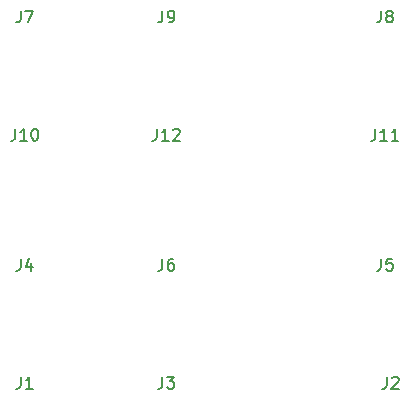
<source format=gbr>
%TF.GenerationSoftware,KiCad,Pcbnew,5.1.6-c6e7f7d~87~ubuntu18.04.1*%
%TF.CreationDate,2021-08-18T14:30:57+12:00*%
%TF.ProjectId,Output Splitter,4f757470-7574-4205-9370-6c6974746572,rev?*%
%TF.SameCoordinates,Original*%
%TF.FileFunction,Legend,Top*%
%TF.FilePolarity,Positive*%
%FSLAX46Y46*%
G04 Gerber Fmt 4.6, Leading zero omitted, Abs format (unit mm)*
G04 Created by KiCad (PCBNEW 5.1.6-c6e7f7d~87~ubuntu18.04.1) date 2021-08-18 14:30:57*
%MOMM*%
%LPD*%
G01*
G04 APERTURE LIST*
%ADD10C,0.150000*%
G04 APERTURE END LIST*
%TO.C,J1*%
D10*
X108666666Y-64252380D02*
X108666666Y-64966666D01*
X108619047Y-65109523D01*
X108523809Y-65204761D01*
X108380952Y-65252380D01*
X108285714Y-65252380D01*
X109666666Y-65252380D02*
X109095238Y-65252380D01*
X109380952Y-65252380D02*
X109380952Y-64252380D01*
X109285714Y-64395238D01*
X109190476Y-64490476D01*
X109095238Y-64538095D01*
%TO.C,J2*%
X139666666Y-64252380D02*
X139666666Y-64966666D01*
X139619047Y-65109523D01*
X139523809Y-65204761D01*
X139380952Y-65252380D01*
X139285714Y-65252380D01*
X140095238Y-64347619D02*
X140142857Y-64300000D01*
X140238095Y-64252380D01*
X140476190Y-64252380D01*
X140571428Y-64300000D01*
X140619047Y-64347619D01*
X140666666Y-64442857D01*
X140666666Y-64538095D01*
X140619047Y-64680952D01*
X140047619Y-65252380D01*
X140666666Y-65252380D01*
%TO.C,J3*%
X120666666Y-64252380D02*
X120666666Y-64966666D01*
X120619047Y-65109523D01*
X120523809Y-65204761D01*
X120380952Y-65252380D01*
X120285714Y-65252380D01*
X121047619Y-64252380D02*
X121666666Y-64252380D01*
X121333333Y-64633333D01*
X121476190Y-64633333D01*
X121571428Y-64680952D01*
X121619047Y-64728571D01*
X121666666Y-64823809D01*
X121666666Y-65061904D01*
X121619047Y-65157142D01*
X121571428Y-65204761D01*
X121476190Y-65252380D01*
X121190476Y-65252380D01*
X121095238Y-65204761D01*
X121047619Y-65157142D01*
%TO.C,J4*%
X108666666Y-54252380D02*
X108666666Y-54966666D01*
X108619047Y-55109523D01*
X108523809Y-55204761D01*
X108380952Y-55252380D01*
X108285714Y-55252380D01*
X109571428Y-54585714D02*
X109571428Y-55252380D01*
X109333333Y-54204761D02*
X109095238Y-54919047D01*
X109714285Y-54919047D01*
%TO.C,J5*%
X139166666Y-54252380D02*
X139166666Y-54966666D01*
X139119047Y-55109523D01*
X139023809Y-55204761D01*
X138880952Y-55252380D01*
X138785714Y-55252380D01*
X140119047Y-54252380D02*
X139642857Y-54252380D01*
X139595238Y-54728571D01*
X139642857Y-54680952D01*
X139738095Y-54633333D01*
X139976190Y-54633333D01*
X140071428Y-54680952D01*
X140119047Y-54728571D01*
X140166666Y-54823809D01*
X140166666Y-55061904D01*
X140119047Y-55157142D01*
X140071428Y-55204761D01*
X139976190Y-55252380D01*
X139738095Y-55252380D01*
X139642857Y-55204761D01*
X139595238Y-55157142D01*
%TO.C,J6*%
X120666666Y-54252380D02*
X120666666Y-54966666D01*
X120619047Y-55109523D01*
X120523809Y-55204761D01*
X120380952Y-55252380D01*
X120285714Y-55252380D01*
X121571428Y-54252380D02*
X121380952Y-54252380D01*
X121285714Y-54300000D01*
X121238095Y-54347619D01*
X121142857Y-54490476D01*
X121095238Y-54680952D01*
X121095238Y-55061904D01*
X121142857Y-55157142D01*
X121190476Y-55204761D01*
X121285714Y-55252380D01*
X121476190Y-55252380D01*
X121571428Y-55204761D01*
X121619047Y-55157142D01*
X121666666Y-55061904D01*
X121666666Y-54823809D01*
X121619047Y-54728571D01*
X121571428Y-54680952D01*
X121476190Y-54633333D01*
X121285714Y-54633333D01*
X121190476Y-54680952D01*
X121142857Y-54728571D01*
X121095238Y-54823809D01*
%TO.C,J7*%
X108666666Y-33252380D02*
X108666666Y-33966666D01*
X108619047Y-34109523D01*
X108523809Y-34204761D01*
X108380952Y-34252380D01*
X108285714Y-34252380D01*
X109047619Y-33252380D02*
X109714285Y-33252380D01*
X109285714Y-34252380D01*
%TO.C,J8*%
X139166666Y-33252380D02*
X139166666Y-33966666D01*
X139119047Y-34109523D01*
X139023809Y-34204761D01*
X138880952Y-34252380D01*
X138785714Y-34252380D01*
X139785714Y-33680952D02*
X139690476Y-33633333D01*
X139642857Y-33585714D01*
X139595238Y-33490476D01*
X139595238Y-33442857D01*
X139642857Y-33347619D01*
X139690476Y-33300000D01*
X139785714Y-33252380D01*
X139976190Y-33252380D01*
X140071428Y-33300000D01*
X140119047Y-33347619D01*
X140166666Y-33442857D01*
X140166666Y-33490476D01*
X140119047Y-33585714D01*
X140071428Y-33633333D01*
X139976190Y-33680952D01*
X139785714Y-33680952D01*
X139690476Y-33728571D01*
X139642857Y-33776190D01*
X139595238Y-33871428D01*
X139595238Y-34061904D01*
X139642857Y-34157142D01*
X139690476Y-34204761D01*
X139785714Y-34252380D01*
X139976190Y-34252380D01*
X140071428Y-34204761D01*
X140119047Y-34157142D01*
X140166666Y-34061904D01*
X140166666Y-33871428D01*
X140119047Y-33776190D01*
X140071428Y-33728571D01*
X139976190Y-33680952D01*
%TO.C,J9*%
X120666666Y-33252380D02*
X120666666Y-33966666D01*
X120619047Y-34109523D01*
X120523809Y-34204761D01*
X120380952Y-34252380D01*
X120285714Y-34252380D01*
X121190476Y-34252380D02*
X121380952Y-34252380D01*
X121476190Y-34204761D01*
X121523809Y-34157142D01*
X121619047Y-34014285D01*
X121666666Y-33823809D01*
X121666666Y-33442857D01*
X121619047Y-33347619D01*
X121571428Y-33300000D01*
X121476190Y-33252380D01*
X121285714Y-33252380D01*
X121190476Y-33300000D01*
X121142857Y-33347619D01*
X121095238Y-33442857D01*
X121095238Y-33680952D01*
X121142857Y-33776190D01*
X121190476Y-33823809D01*
X121285714Y-33871428D01*
X121476190Y-33871428D01*
X121571428Y-33823809D01*
X121619047Y-33776190D01*
X121666666Y-33680952D01*
%TO.C,J10*%
X108190476Y-43252380D02*
X108190476Y-43966666D01*
X108142857Y-44109523D01*
X108047619Y-44204761D01*
X107904761Y-44252380D01*
X107809523Y-44252380D01*
X109190476Y-44252380D02*
X108619047Y-44252380D01*
X108904761Y-44252380D02*
X108904761Y-43252380D01*
X108809523Y-43395238D01*
X108714285Y-43490476D01*
X108619047Y-43538095D01*
X109809523Y-43252380D02*
X109904761Y-43252380D01*
X110000000Y-43300000D01*
X110047619Y-43347619D01*
X110095238Y-43442857D01*
X110142857Y-43633333D01*
X110142857Y-43871428D01*
X110095238Y-44061904D01*
X110047619Y-44157142D01*
X110000000Y-44204761D01*
X109904761Y-44252380D01*
X109809523Y-44252380D01*
X109714285Y-44204761D01*
X109666666Y-44157142D01*
X109619047Y-44061904D01*
X109571428Y-43871428D01*
X109571428Y-43633333D01*
X109619047Y-43442857D01*
X109666666Y-43347619D01*
X109714285Y-43300000D01*
X109809523Y-43252380D01*
%TO.C,J11*%
X138690476Y-43252380D02*
X138690476Y-43966666D01*
X138642857Y-44109523D01*
X138547619Y-44204761D01*
X138404761Y-44252380D01*
X138309523Y-44252380D01*
X139690476Y-44252380D02*
X139119047Y-44252380D01*
X139404761Y-44252380D02*
X139404761Y-43252380D01*
X139309523Y-43395238D01*
X139214285Y-43490476D01*
X139119047Y-43538095D01*
X140642857Y-44252380D02*
X140071428Y-44252380D01*
X140357142Y-44252380D02*
X140357142Y-43252380D01*
X140261904Y-43395238D01*
X140166666Y-43490476D01*
X140071428Y-43538095D01*
%TO.C,J12*%
X120190476Y-43252380D02*
X120190476Y-43966666D01*
X120142857Y-44109523D01*
X120047619Y-44204761D01*
X119904761Y-44252380D01*
X119809523Y-44252380D01*
X121190476Y-44252380D02*
X120619047Y-44252380D01*
X120904761Y-44252380D02*
X120904761Y-43252380D01*
X120809523Y-43395238D01*
X120714285Y-43490476D01*
X120619047Y-43538095D01*
X121571428Y-43347619D02*
X121619047Y-43300000D01*
X121714285Y-43252380D01*
X121952380Y-43252380D01*
X122047619Y-43300000D01*
X122095238Y-43347619D01*
X122142857Y-43442857D01*
X122142857Y-43538095D01*
X122095238Y-43680952D01*
X121523809Y-44252380D01*
X122142857Y-44252380D01*
%TD*%
M02*

</source>
